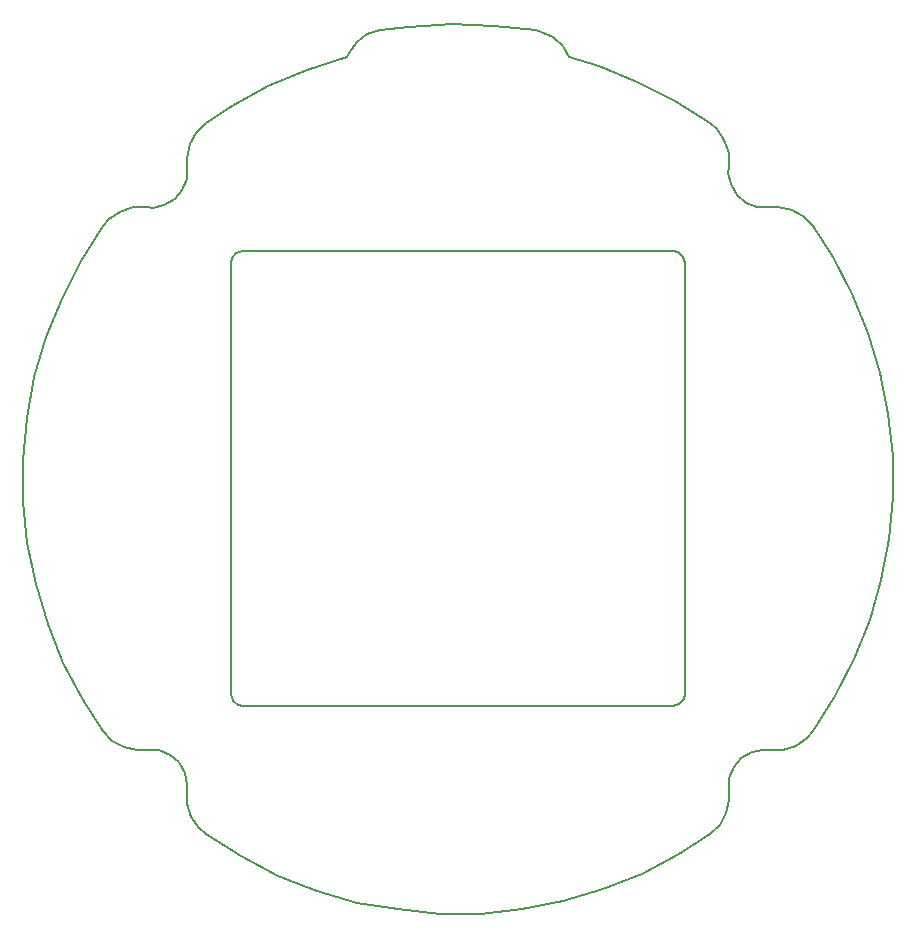
<source format=gbr>
%TF.GenerationSoftware,KiCad,Pcbnew,6.0.5*%
%TF.CreationDate,2022-12-30T15:34:35+03:00*%
%TF.ProjectId,Canon_manage,43616e6f-6e5f-46d6-916e-6167652e6b69,rev?*%
%TF.SameCoordinates,Original*%
%TF.FileFunction,Profile,NP*%
%FSLAX46Y46*%
G04 Gerber Fmt 4.6, Leading zero omitted, Abs format (unit mm)*
G04 Created by KiCad (PCBNEW 6.0.5) date 2022-12-30 15:34:35*
%MOMM*%
%LPD*%
G01*
G04 APERTURE LIST*
%TA.AperFunction,Profile*%
%ADD10C,0.200000*%
%TD*%
G04 APERTURE END LIST*
D10*
X142521050Y-92077600D02*
X142858673Y-88525010D01*
X97443930Y-50045918D02*
X98290050Y-49369300D01*
X137784760Y-68227770D02*
X139391550Y-71357300D01*
X83828850Y-57742300D02*
X83321732Y-58672477D01*
X83405850Y-115588340D02*
X84082471Y-116518517D01*
X83405848Y-115588340D02*
X83066850Y-114488660D01*
X127383250Y-56896200D02*
X124423210Y-55035850D01*
X117994650Y-52075760D02*
X121208250Y-53429000D01*
X135585427Y-108907575D02*
X134655250Y-109584200D01*
X131357550Y-64000000D02*
X130427366Y-63660998D01*
X127383250Y-117025640D02*
X128227995Y-116264962D01*
X71142630Y-74993990D02*
X72495870Y-71780400D01*
X124760880Y-118717870D02*
X121631350Y-120408730D01*
X84675008Y-117025638D02*
X84082450Y-116518520D01*
X127383260Y-117025640D02*
X124760850Y-118717880D01*
X81629550Y-110344900D02*
X82391607Y-110936085D01*
X69535840Y-92415160D02*
X69198221Y-88948000D01*
X87211950Y-67890200D02*
X86872952Y-68313258D01*
X140744750Y-74656400D02*
X139391510Y-71357360D01*
X136093848Y-108315046D02*
X135585350Y-108907600D01*
X134317550Y-64253500D02*
X133133810Y-63999937D01*
X139391550Y-71357300D02*
X137784760Y-68227770D01*
X96767350Y-50976100D02*
X96599230Y-51313723D01*
X128990050Y-114151040D02*
X128990050Y-113304900D01*
X81629530Y-110344855D02*
X80699350Y-109921800D01*
X69198221Y-85396790D02*
X69535840Y-81844200D01*
X130004304Y-110598419D02*
X129411750Y-111359100D01*
X77739330Y-109668318D02*
X76725090Y-109161200D01*
X70297900Y-95883700D02*
X71312140Y-99265410D01*
X77739320Y-109668300D02*
X78839000Y-109921863D01*
X100912450Y-123452824D02*
X104463660Y-123791826D01*
X78500000Y-64000000D02*
X79685150Y-64000000D01*
X124423250Y-55035800D02*
X121208290Y-53429010D01*
X139561050Y-102225500D02*
X140914290Y-98927850D01*
X87803150Y-67720700D02*
X87211972Y-67890206D01*
X87380150Y-106115700D02*
X87803208Y-106201139D01*
X124253750Y-106201100D02*
X87803150Y-106201100D01*
X130004350Y-110598400D02*
X130934527Y-110091282D01*
X105479350Y-48439100D02*
X101842700Y-48692659D01*
X133133850Y-64000000D02*
X132371750Y-64000000D01*
X81122370Y-63830522D02*
X82052550Y-63323400D01*
X128735161Y-115249340D02*
X128228050Y-116264960D01*
X114104426Y-49622829D02*
X114950550Y-50383500D01*
X75963032Y-65606754D02*
X76471530Y-65014200D01*
X83321732Y-58672477D02*
X83828850Y-57742300D01*
X111483410Y-123452823D02*
X108016250Y-123791826D01*
X125267950Y-68736300D02*
X125267950Y-105185500D01*
X135247726Y-64760687D02*
X136093850Y-65606800D01*
X83066850Y-61632500D02*
X83066850Y-60616900D01*
X101842700Y-48692659D02*
X105479350Y-48439100D01*
X142521068Y-92077540D02*
X141844450Y-95544700D01*
X69535840Y-81844200D02*
X69198221Y-85396790D01*
X83066850Y-114488660D02*
X83066850Y-113304900D01*
X86872950Y-68313200D02*
X86788887Y-68736255D01*
X135585350Y-108907600D02*
X136093848Y-108315046D01*
X121631350Y-120408730D02*
X124760880Y-118717870D01*
X89917120Y-53766630D02*
X93216150Y-52413400D01*
X71312140Y-99265400D02*
X72581320Y-102564440D01*
X69535842Y-81844260D02*
X70128400Y-78377100D01*
X108016250Y-123791826D02*
X111483410Y-123452823D01*
X134317573Y-64253582D02*
X135247750Y-64760700D01*
X114950632Y-50383516D02*
X115457750Y-51313700D01*
X83066850Y-112881900D02*
X83066850Y-113304900D01*
X109115950Y-48608600D02*
X112667150Y-49030300D01*
X84674970Y-56896200D02*
X86872950Y-55458900D01*
X82645171Y-62562677D02*
X83066850Y-61632500D01*
X125268014Y-105185545D02*
X125183950Y-105608600D01*
X87803150Y-67720700D02*
X124253750Y-67720700D01*
X128567050Y-58333500D02*
X127974499Y-57403323D01*
X74102670Y-68566800D02*
X72495870Y-71780400D01*
X124676785Y-67806121D02*
X125099850Y-68227800D01*
X105479300Y-48439094D02*
X109115950Y-48608600D01*
X139391510Y-71357360D02*
X140744750Y-74656400D01*
X84675050Y-117025640D02*
X87633700Y-118885990D01*
X78839000Y-109921800D02*
X79685150Y-109921800D01*
X83066850Y-113304900D02*
X83066850Y-114488660D01*
X115457750Y-51313700D02*
X114950632Y-50383516D01*
X128990050Y-113304900D02*
X128990050Y-112289300D01*
X99389750Y-49030300D02*
X98290080Y-49369302D01*
X83321750Y-58672500D02*
X83066811Y-59856240D01*
X72495870Y-71780400D02*
X71142630Y-74993990D01*
X142858650Y-85057800D02*
X142435592Y-81506590D01*
X124423210Y-55035850D02*
X127383250Y-56896200D01*
X127974450Y-57403300D02*
X127383265Y-56896178D01*
X142858650Y-85057800D02*
X142858650Y-88525000D01*
X82898668Y-111867653D02*
X82391550Y-110936100D01*
X140744820Y-74656390D02*
X141759050Y-78038100D01*
X94062250Y-121846030D02*
X97443970Y-122861640D01*
X132371750Y-64000000D02*
X133133850Y-64000000D01*
X90763180Y-120578230D02*
X87633650Y-118885990D01*
X128990050Y-59433100D02*
X128566992Y-58333420D01*
X134655150Y-109584184D02*
X133556850Y-109921800D01*
X128990089Y-114151040D02*
X128735150Y-115249340D01*
X129665297Y-62985762D02*
X130427350Y-63661000D01*
X128990050Y-59433100D02*
X128990050Y-60616900D01*
X84675050Y-56896200D02*
X83828930Y-57742324D01*
X83066850Y-59856200D02*
X83066850Y-60616900D01*
X125267950Y-105185500D02*
X125267950Y-68736300D01*
X130934450Y-110091300D02*
X131864627Y-109921804D01*
X86788950Y-105185500D02*
X86788950Y-68736300D01*
X87633700Y-118885990D02*
X84675050Y-117025640D01*
X124760872Y-106031597D02*
X124253750Y-106201100D01*
X74272170Y-105692650D02*
X72581310Y-102564500D01*
X76725090Y-109161200D02*
X77739330Y-109668318D01*
X130427366Y-63660998D02*
X131357550Y-64000000D01*
X87803208Y-106201139D02*
X87380150Y-106115700D01*
X136093890Y-65606770D02*
X137784750Y-68227800D01*
X72581320Y-102564440D02*
X71312140Y-99265400D01*
X132371750Y-64000000D02*
X131357550Y-64000000D01*
X135247750Y-64760700D02*
X134317573Y-64253582D01*
X83066850Y-114488660D02*
X83405848Y-115588340D01*
X141844427Y-95544710D02*
X140914250Y-98927800D01*
X128227995Y-116264962D02*
X127383250Y-117025640D01*
X124676750Y-67806100D02*
X124253692Y-67720657D01*
X129158232Y-62054144D02*
X129665350Y-62985700D01*
X98290080Y-49369302D02*
X99389750Y-49030300D01*
X108016250Y-123791826D02*
X104463650Y-123791826D01*
X93216160Y-52413380D02*
X96599250Y-51313700D01*
X121208250Y-53429000D02*
X117994650Y-52075760D01*
X86788887Y-68736255D02*
X86872950Y-68313200D01*
X89917050Y-53766600D02*
X86872960Y-55458840D01*
X109115950Y-48608600D02*
X105479300Y-48439094D01*
X86788950Y-105185500D02*
X86958449Y-105778051D01*
X137954250Y-105355000D02*
X139561040Y-102225470D01*
X137954200Y-105354960D02*
X136093850Y-108315000D01*
X81122450Y-63830500D02*
X80192273Y-64084059D01*
X114950550Y-122692140D02*
X118333640Y-121676520D01*
X75963030Y-65606800D02*
X74102670Y-68566840D01*
X83828930Y-57742324D02*
X84675050Y-56896200D01*
X131864627Y-109921804D02*
X130934450Y-110091300D01*
X128566992Y-58333420D02*
X128990050Y-59433100D01*
X113090210Y-49115778D02*
X114104450Y-49622900D01*
X79685132Y-63999937D02*
X80192250Y-64084000D01*
X142858650Y-88525000D02*
X142858650Y-85057800D01*
X90763150Y-120578230D02*
X94062180Y-121846030D01*
X94062180Y-121846030D02*
X90763150Y-120578230D01*
X132371750Y-109921800D02*
X131864650Y-109921800D01*
X125183950Y-105608600D02*
X125268014Y-105185545D01*
X78500000Y-64000000D02*
X77401700Y-64423058D01*
X83066850Y-113304900D02*
X83066850Y-112881900D01*
X83066850Y-60616900D02*
X83066850Y-61632500D01*
X139561040Y-102225470D02*
X137954250Y-105355000D01*
X80192250Y-64084000D02*
X79685132Y-63999937D01*
X87211972Y-67890206D02*
X87803150Y-67720700D01*
X80192273Y-64084059D02*
X81122450Y-63830500D01*
X83066850Y-60616900D02*
X83066850Y-59856200D01*
X74102670Y-68566840D02*
X75963030Y-65606800D01*
X113090250Y-49115700D02*
X112667195Y-49030257D01*
X70128400Y-78377100D02*
X69535842Y-81844260D01*
X142435592Y-81506590D02*
X142858650Y-85057800D01*
X124253750Y-106201100D02*
X124760872Y-106031597D01*
X118333650Y-121676530D02*
X121631300Y-120408740D01*
X83066870Y-112881840D02*
X82898750Y-111867600D01*
X96599250Y-51313700D02*
X93216160Y-52413380D01*
X128990050Y-113304900D02*
X128990050Y-114151040D01*
X86872950Y-55458900D02*
X84674970Y-56896200D01*
X82391550Y-110936100D02*
X82898668Y-111867653D01*
X83066850Y-61632500D02*
X82645171Y-62562677D01*
X82052592Y-63323378D02*
X82645150Y-62562700D01*
X79685150Y-109921800D02*
X78839000Y-109921800D01*
X86788950Y-68736300D02*
X86788950Y-105185500D01*
X97443970Y-122861640D02*
X94062250Y-121846030D01*
X124760850Y-106031600D02*
X125183905Y-105608542D01*
X128735150Y-115249340D02*
X128990089Y-114151040D01*
X99389730Y-49030323D02*
X101842650Y-48692700D01*
X86958450Y-105778100D02*
X87380133Y-106115726D01*
X129411736Y-111359123D02*
X128990050Y-112289300D01*
X77401700Y-64423058D02*
X78500000Y-64000000D01*
X82898750Y-111867600D02*
X83066870Y-112881840D01*
X69198221Y-88948000D02*
X69198221Y-85396800D01*
X77401700Y-64423000D02*
X76471523Y-65014182D01*
X133556850Y-109921800D02*
X134655150Y-109584184D01*
X87380133Y-106115726D02*
X86958450Y-105778100D01*
X76725087Y-109161113D02*
X75963030Y-108315000D01*
X96599230Y-51313723D02*
X96767350Y-50976100D01*
X83066811Y-59856240D02*
X83321750Y-58672500D01*
X71312140Y-99265410D02*
X70297900Y-95883700D01*
X125267950Y-68736300D02*
X125099834Y-68227802D01*
X127383265Y-56896178D02*
X127974450Y-57403300D01*
X79685150Y-64000000D02*
X78500000Y-64000000D01*
X72581310Y-102564500D02*
X74272170Y-105692650D01*
X133556850Y-109921800D02*
X132371750Y-109921800D01*
X82391607Y-110936085D02*
X81629550Y-110344900D01*
X84082471Y-116518517D02*
X83405850Y-115588340D01*
X71142640Y-74994000D02*
X70128400Y-78377090D01*
X114950550Y-50383500D02*
X114104426Y-49622829D01*
X70297897Y-95883730D02*
X69535840Y-92415200D01*
X75963030Y-108315000D02*
X76725087Y-109161113D01*
X130427350Y-63661000D02*
X129665297Y-62985762D01*
X76471523Y-65014182D02*
X77401700Y-64423000D01*
X101842650Y-48692700D02*
X99389730Y-49030323D01*
X87633650Y-118885990D02*
X90763180Y-120578230D01*
X142858673Y-88525010D02*
X142521050Y-92077600D01*
X141759050Y-78038100D02*
X140744820Y-74656390D01*
X141844450Y-95544700D02*
X142521068Y-92077540D01*
X104463660Y-123791826D02*
X100912450Y-123452824D01*
X76471530Y-65014200D02*
X75963032Y-65606754D01*
X140914290Y-98927850D02*
X139561050Y-102225500D01*
X128990050Y-112289300D02*
X129411736Y-111359123D01*
X130934527Y-110091282D02*
X130004350Y-110598400D01*
X79685150Y-109921800D02*
X80699350Y-109921800D01*
X134655250Y-109584200D02*
X135585427Y-108907575D01*
X111483450Y-123452824D02*
X114950610Y-122692143D01*
X133133810Y-63999937D02*
X134317550Y-64253500D01*
X128990050Y-60616900D02*
X128990050Y-59433100D01*
X82052550Y-63323400D02*
X81122370Y-63830522D01*
X115457680Y-51313747D02*
X117994650Y-52075800D01*
X129158150Y-62054200D02*
X128904591Y-61124023D01*
X112667195Y-49030257D02*
X113090250Y-49115700D01*
X86872952Y-68313258D02*
X87211950Y-67890200D01*
X96767332Y-50976077D02*
X97443950Y-50045900D01*
X100912480Y-123452822D02*
X97443950Y-122861640D01*
X69535840Y-92415200D02*
X70297897Y-95883730D01*
X137784750Y-68227800D02*
X136093890Y-65606770D01*
X124253750Y-67720700D02*
X87803150Y-67720700D01*
X78839000Y-109921863D02*
X77739320Y-109668300D01*
X129411750Y-111359100D02*
X130004304Y-110598419D01*
X118333640Y-121676520D02*
X114950550Y-122692140D01*
X93216150Y-52413400D02*
X89917120Y-53766630D01*
X128228050Y-116264960D02*
X128735161Y-115249340D01*
X80699350Y-109921800D02*
X79685150Y-109921800D01*
X131864650Y-109921800D02*
X132371750Y-109921800D01*
X70128400Y-78377090D02*
X71142640Y-74994000D01*
X114950610Y-122692143D02*
X111483450Y-123452824D01*
X128904650Y-61124000D02*
X128990082Y-60616882D01*
X127974499Y-57403323D02*
X128567050Y-58333500D01*
X69198221Y-85396800D02*
X69198221Y-88948000D01*
X97443950Y-50045900D02*
X96767332Y-50976077D01*
X131357550Y-64000000D02*
X132371750Y-64000000D01*
X129665350Y-62985700D02*
X129158232Y-62054144D01*
X124253692Y-67720657D02*
X124676750Y-67806100D01*
X128904591Y-61124023D02*
X129158150Y-62054200D01*
X80699350Y-109921800D02*
X81629530Y-110344855D01*
X112667150Y-49030300D02*
X109115950Y-48608600D01*
X128990050Y-112289300D02*
X128990050Y-113304900D01*
X136093850Y-108315000D02*
X137954200Y-105354960D01*
X141759025Y-78038070D02*
X142435650Y-81506600D01*
X142435650Y-81506600D02*
X141759025Y-78038070D01*
X74272170Y-105692600D02*
X75963030Y-108315010D01*
X125099834Y-68227802D02*
X125267950Y-68736300D01*
X125099850Y-68227800D02*
X124676785Y-67806121D01*
X125183905Y-105608542D02*
X124760850Y-106031600D01*
X121208290Y-53429010D02*
X124423250Y-55035800D01*
X104463650Y-123791826D02*
X108016250Y-123791826D01*
X87803150Y-106201100D02*
X124253750Y-106201100D01*
X136093850Y-65606800D02*
X135247726Y-64760687D01*
X121631300Y-120408740D02*
X118333650Y-121676530D01*
X114104450Y-49622900D02*
X113090210Y-49115778D01*
X75963030Y-108315010D02*
X74272170Y-105692600D01*
X72495870Y-71780400D02*
X74102670Y-68566800D01*
X98290050Y-49369300D02*
X97443930Y-50045918D01*
X86958449Y-105778051D02*
X86788950Y-105185500D01*
X140914250Y-98927800D02*
X141844427Y-95544710D01*
X82645150Y-62562700D02*
X82052592Y-63323378D01*
X84082450Y-116518520D02*
X84675008Y-117025638D01*
X69198221Y-88948000D02*
X69535840Y-92415160D01*
X132371750Y-109921800D02*
X133556850Y-109921800D01*
X86872960Y-55458840D02*
X89917050Y-53766600D01*
X117994650Y-52075800D02*
X115457680Y-51313747D01*
X97443950Y-122861640D02*
X100912480Y-123452822D01*
X124760850Y-118717880D02*
X127383260Y-117025640D01*
X128990082Y-60616882D02*
X128904650Y-61124000D01*
M02*

</source>
